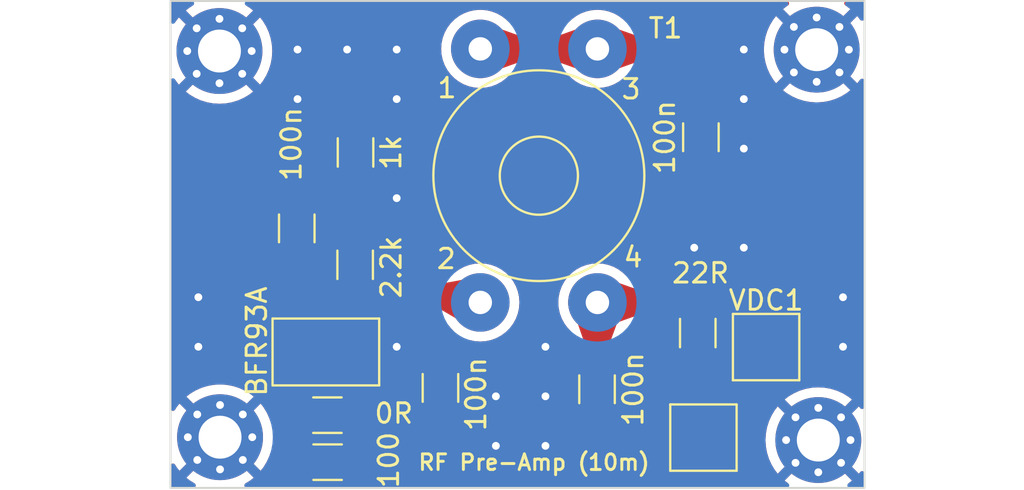
<source format=kicad_pcb>
(kicad_pcb (version 20221018) (generator pcbnew)
  (layers (0 "F.Cu" signal) (31 "B.Cu" signal) (34 "B.Paste" user) (35 "F.Paste" user) (36 "B.SilkS" user "B.Silkscreen") (37 "F.SilkS" user "F.Silkscreen") (38 "B.Mask" user) (39 "F.Mask" user) (44 "Edge.Cuts" user))
  (net 0 "")
  (net 1 "GND")
  (net 2 "Net-(IN1-In)")
  (net 3 "Net-(OUT1-In)")
  (net 4 "+12V")
  (net 5 "Net-(Q1-C)")
  (net 6 "Net-(Q1-B)")
  (net 7 "Net-(Q1-E)")
  (net 8 "Net-(C4-Pad2)")
  (net 9 "Net-(T1-SB)")
  (net 10 "Net-(T1-AA)")
  (footprint "Resistor_SMD:R_1206_3216Metric_Pad1.30x1.75mm_HandSolder" (layer "F.Cu") (at 112.35 110.09 90)
    (fp_text reference "R5" hide)
    (fp_text value "22R" (at 3.07 0.14 180) (layer "F.SilkS"))
    (fp_line (start -0.727064 -0.91) (end 0.727064 -0.91) (stroke (width 0.12)) (layer "F.SilkS"))
    (fp_line (start -0.727064 0.91) (end 0.727064 0.91) (stroke (width 0.12)) (layer "F.SilkS"))
    (pad "1" smd roundrect (at -1.55 0 90) (size 1.3 1.75) (layers "F.Cu" "F.Paste" "F.Mask") (roundrect_rratio 0.192308) (net 4 "+12V"))
    (pad "2" smd roundrect (at 1.55 0 90) (size 1.3 1.75) (layers "F.Cu" "F.Paste" "F.Mask") (roundrect_rratio 0.192308) (net 9 "Net-(T1-SB)"))
  )
  (footprint "Resistor_SMD:R_1206_3216Metric_Pad1.30x1.75mm_HandSolder" (layer "F.Cu") (at 94.8 106.59 90)
    (fp_text reference "R1" hide)
    (fp_text value "2.2k" (at -0.12 1.85 270) (layer "F.SilkS"))
    (fp_line (start -0.727064 -0.91) (end 0.727064 -0.91) (stroke (width 0.12)) (layer "F.SilkS"))
    (fp_line (start -0.727064 0.91) (end 0.727064 0.91) (stroke (width 0.12)) (layer "F.SilkS"))
    (pad "1" smd roundrect (at -1.55 0 90) (size 1.3 1.75) (layers "F.Cu" "F.Paste" "F.Mask") (roundrect_rratio 0.1923076923) (net 5 "Net-(Q1-C)"))
    (pad "2" smd roundrect (at 1.55 0 90) (size 1.3 1.75) (layers "F.Cu" "F.Paste" "F.Mask") (roundrect_rratio 0.1923076923) (net 6 "Net-(Q1-B)"))
  )
  (footprint "Transformer_THT:Transformer_Toroid_Horizontal_D10.5mm_Amidon-T37" (layer "F.Cu") (at 101.21 95.52 -90)
    (fp_text reference "T1" (at -1.06 -9.49) (layer "F.SilkS"))
    (fp_text value "4:1 XFMR" hide)
    (fp_circle (center 6.5 -3) (end 8.5 -2.9) (stroke (width 0.12)) (fill none) (layer "F.SilkS"))
    (fp_circle (center 6.5 -3) (end 11.9 -2.8) (stroke (width 0.12)) (fill none) (layer "F.SilkS"))
    (pad "1" thru_hole circle (at 0 0 270) (size 3 3) (drill 1.2) (layers "*.Cu" "*.Mask") (net 10 "Net-(T1-AA)"))
    (pad "2" thru_hole circle (at 13 0 270) (size 3 3) (drill 1.2) (layers "*.Cu" "*.Mask") (net 5 "Net-(Q1-C)"))
    (pad "3" thru_hole circle (at 0 -6 270) (size 3 3) (drill 1.2) (layers "*.Cu" "*.Mask") (net 10 "Net-(T1-AA)"))
    (pad "4" thru_hole circle (at 13 -6 270) (size 3 3) (drill 1.2) (layers "*.Cu" "*.Mask") (net 9 "Net-(T1-SB)"))
  )
  (footprint "Capacitor_SMD:C_1206_3216Metric_Pad1.33x1.80mm_HandSolder" (layer "F.Cu") (at 112.51 100.05 -90)
    (fp_text reference "C3" hide)
    (fp_text value "100n" (at 0 1.85 90) (layer "F.SilkS"))
    (fp_line (start -0.711252 -0.91) (end 0.711252 -0.91) (stroke (width 0.12)) (layer "F.SilkS"))
    (fp_line (start -0.711252 0.91) (end 0.711252 0.91) (stroke (width 0.12)) (layer "F.SilkS"))
    (pad "1" smd roundrect (at -1.5625 0 270) (size 1.325 1.8) (layers "F.Cu" "F.Paste" "F.Mask") (roundrect_rratio 0.188679) (net 10 "Net-(T1-AA)"))
    (pad "2" smd roundrect (at 1.5625 0 270) (size 1.325 1.8) (layers "F.Cu" "F.Paste" "F.Mask") (roundrect_rratio 0.188679) (net 3 "Net-(OUT1-In)"))
  )
  (footprint "TestPoint:TestPoint_Pad_3.0x3.0mm" (layer "F.Cu") (at 115.85 110.81)
    (fp_text reference "VDC1" (at 0 -2.398) (layer "F.SilkS"))
    (fp_text value "Conn_01x01" hide)
    (fp_line (start -1.7 -1.7) (end 1.7 -1.7) (stroke (width 0.12)) (layer "F.SilkS"))
    (fp_line (start -1.7 1.7) (end -1.7 -1.7) (stroke (width 0.12)) (layer "F.SilkS"))
    (fp_line (start 1.7 -1.7) (end 1.7 1.7) (stroke (width 0.12)) (layer "F.SilkS"))
    (fp_line (start 1.7 1.7) (end -1.7 1.7) (stroke (width 0.12)) (layer "F.SilkS"))
    (pad "1" smd rect (at 0 0) (size 3 3) (layers "F.Cu" "F.Mask") (net 4 "+12V"))
  )
  (footprint "Resistor_SMD:R_1206_3216Metric_Pad1.30x1.75mm_HandSolder" (layer "F.Cu") (at 94.82 100.83 90)
    (fp_text reference "R2" hide)
    (fp_text value "1k" (at 0 1.82 90) (layer "F.SilkS"))
    (fp_line (start -0.727064 -0.91) (end 0.727064 -0.91) (stroke (width 0.12)) (layer "F.SilkS"))
    (fp_line (start -0.727064 0.91) (end 0.727064 0.91) (stroke (width 0.12)) (layer "F.SilkS"))
    (pad "1" smd roundrect (at -1.55 0 90) (size 1.3 1.75) (layers "F.Cu" "F.Paste" "F.Mask") (roundrect_rratio 0.1923076923) (net 6 "Net-(Q1-B)"))
    (pad "2" smd roundrect (at 1.55 0 90) (size 1.3 1.75) (layers "F.Cu" "F.Paste" "F.Mask") (roundrect_rratio 0.1923076923) (net 1 "GND"))
  )
  (footprint "footprints:SMA_EDGELAUNCH_Modded" (layer "F.Cu") (at 119.75745 103.74 180)
    (fp_text reference "OUT1" hide)
    (fp_text value "SMA" hide)
    (pad "1" smd rect (at 2.032 0 270) (size 1.27 4.064) (layers "F.Cu" "F.Mask") (net 3 "Net-(OUT1-In)"))
    (pad "2" smd rect (at 2.032 -2.54 270) (size 1.524 4.064) (layers "F.Cu" "F.Mask") (net 1 "GND"))
    (pad "2" smd rect (at 2.032 2.54 270) (size 1.524 4.064) (layers "F.Cu" "F.Mask") (net 1 "GND"))
  )
  (footprint "footprints:SMA_EDGELAUNCH_Modded" (layer "F.Cu") (at 85.918 103.09)
    (fp_text reference "IN1" hide)
    (fp_text value "SMA")
    (pad "1" smd rect (at 2.032 0 90) (size 1.27 4.064) (layers "F.Cu" "F.Mask") (net 2 "Net-(IN1-In)"))
    (pad "2" smd rect (at 2.032 -2.54 90) (size 1.524 4.064) (layers "F.Cu" "F.Mask") (net 1 "GND"))
    (pad "2" smd rect (at 2.032 2.54 90) (size 1.524 4.064) (layers "F.Cu" "F.Mask") (net 1 "GND"))
  )
  (footprint "Capacitor_SMD:C_1206_3216Metric_Pad1.33x1.80mm_HandSolder" (layer "F.Cu") (at 99.17 112.9025 -90)
    (fp_text reference "C4" hide)
    (fp_text value "100n" (at 0.3175 -1.82 90) (layer "F.SilkS"))
    (fp_line (start -0.711252 -0.91) (end 0.711252 -0.91) (stroke (width 0.12)) (layer "F.SilkS"))
    (fp_line (start -0.711252 0.91) (end 0.711252 0.91) (stroke (width 0.12)) (layer "F.SilkS"))
    (pad "1" smd roundrect (at -1.5625 0 270) (size 1.325 1.8) (layers "F.Cu" "F.Paste" "F.Mask") (roundrect_rratio 0.188679) (net 1 "GND"))
    (pad "2" smd roundrect (at 1.5625 0 270) (size 1.325 1.8) (layers "F.Cu" "F.Paste" "F.Mask") (roundrect_rratio 0.188679) (net 8 "Net-(C4-Pad2)"))
  )
  (footprint "MountingHole:MountingHole_2.2mm_M2_Pad_Via" (layer "F.Cu") (at 87.85 95.63)
    (fp_text reference "H1" hide)
    (fp_text value "MountingHole_Pad" hide)
    (pad "1" thru_hole circle (at -1.65 0) (size 0.7 0.7) (drill 0.4) (layers "*.Cu" "*.Mask") (net 1 "GND"))
    (pad "1" thru_hole circle (at -1.166726 -1.166726) (size 0.7 0.7) (drill 0.4) (layers "*.Cu" "*.Mask") (net 1 "GND"))
    (pad "1" thru_hole circle (at -1.166726 1.166726) (size 0.7 0.7) (drill 0.4) (layers "*.Cu" "*.Mask") (net 1 "GND"))
    (pad "1" thru_hole circle (at 0 -1.65) (size 0.7 0.7) (drill 0.4) (layers "*.Cu" "*.Mask") (net 1 "GND"))
    (pad "1" thru_hole circle (at 0 0) (size 4.4 4.4) (drill 2.2) (layers "*.Cu" "*.Mask") (net 1 "GND"))
    (pad "1" thru_hole circle (at 0 1.65) (size 0.7 0.7) (drill 0.4) (layers "*.Cu" "*.Mask") (net 1 "GND"))
    (pad "1" thru_hole circle (at 1.166726 -1.166726) (size 0.7 0.7) (drill 0.4) (layers "*.Cu" "*.Mask") (net 1 "GND"))
    (pad "1" thru_hole circle (at 1.166726 1.166726) (size 0.7 0.7) (drill 0.4) (layers "*.Cu" "*.Mask") (net 1 "GND"))
    (pad "1" thru_hole circle (at 1.65 0) (size 0.7 0.7) (drill 0.4) (layers "*.Cu" "*.Mask") (net 1 "GND"))
  )
  (footprint "TestPoint:TestPoint_Pad_3.0x3.0mm" (layer "F.Cu") (at 112.64 115.45)
    (fp_text reference "GND1" hide)
    (fp_text value "Conn_01x01" hide)
    (fp_line (start -1.7 -1.7) (end 1.7 -1.7) (stroke (width 0.12)) (layer "F.SilkS"))
    (fp_line (start -1.7 1.7) (end -1.7 -1.7) (stroke (width 0.12)) (layer "F.SilkS"))
    (fp_line (start 1.7 -1.7) (end 1.7 1.7) (stroke (width 0.12)) (layer "F.SilkS"))
    (fp_line (start 1.7 1.7) (end -1.7 1.7) (stroke (width 0.12)) (layer "F.SilkS"))
    (pad "1" smd rect (at 0 0) (size 3 3) (layers "F.Cu" "F.Mask") (net 1 "GND"))
  )
  (footprint "PCM_Package_TO_SOT_SMD_AKL:SOT-23_Handsoldering" (layer "F.Cu") (at 93.3 111.06)
    (fp_text reference "Q1" hide)
    (fp_text value "BFR93A" (at -3.54 -0.54 90) (layer "F.SilkS"))
    (fp_line (start -2.7305 -1.7145) (end -2.7305 1.7145) (stroke (width 0.12)) (layer "F.SilkS"))
    (fp_line (start -2.7305 1.7145) (end 2.7305 1.7145) (stroke (width 0.12)) (layer "F.SilkS"))
    (fp_line (start 2.7305 -1.7145) (end -2.7305 -1.7145) (stroke (width 0.12)) (layer "F.SilkS"))
    (fp_line (start 2.7305 1.7145) (end 2.7305 -1.7145) (stroke (width 0.12)) (layer "F.SilkS"))
    (pad "1" smd rect (at -1.5 -0.95) (size 1.9 0.8) (layers "F.Cu" "F.Paste" "F.Mask") (net 6 "Net-(Q1-B)"))
    (pad "2" smd rect (at -1.5 0.95) (size 1.9 0.8) (layers "F.Cu" "F.Paste" "F.Mask") (net 7 "Net-(Q1-E)"))
    (pad "3" smd rect (at 1.5 0) (size 1.9 0.8) (layers "F.Cu" "F.Paste" "F.Mask") (net 5 "Net-(Q1-C)"))
  )
  (footprint "Capacitor_SMD:C_1206_3216Metric_Pad1.33x1.80mm_HandSolder" (layer "F.Cu") (at 91.81 104.7225 -90)
    (fp_text reference "C2" hide)
    (fp_text value "100n" (at -4.3225 0.28 90) (layer "F.SilkS"))
    (fp_line (start -0.711252 -0.91) (end 0.711252 -0.91) (stroke (width 0.12)) (layer "F.SilkS"))
    (fp_line (start -0.711252 0.91) (end 0.711252 0.91) (stroke (width 0.12)) (layer "F.SilkS"))
    (pad "1" smd roundrect (at -1.5625 0 270) (size 1.325 1.8) (layers "F.Cu" "F.Paste" "F.Mask") (roundrect_rratio 0.188679) (net 2 "Net-(IN1-In)"))
    (pad "2" smd roundrect (at 1.5625 0 270) (size 1.325 1.8) (layers "F.Cu" "F.Paste" "F.Mask") (roundrect_rratio 0.188679) (net 6 "Net-(Q1-B)"))
  )
  (footprint "Resistor_SMD:R_1206_3216Metric_Pad1.30x1.75mm_HandSolder" (layer "F.Cu") (at 93.38 114.3 180)
    (fp_text reference "R4" hide)
    (fp_text value "0R" (at -3.4 0.09) (layer "F.SilkS"))
    (fp_line (start -0.727064 -0.91) (end 0.727064 -0.91) (stroke (width 0.12)) (layer "F.SilkS"))
    (fp_line (start -0.727064 0.91) (end 0.727064 0.91) (stroke (width 0.12)) (layer "F.SilkS"))
    (pad "1" smd roundrect (at -1.55 0 180) (size 1.3 1.75) (layers "F.Cu" "F.Paste" "F.Mask") (roundrect_rratio 0.192308) (net 8 "Net-(C4-Pad2)"))
    (pad "2" smd roundrect (at 1.55 0 180) (size 1.3 1.75) (layers "F.Cu" "F.Paste" "F.Mask") (roundrect_rratio 0.192308) (net 7 "Net-(Q1-E)"))
  )
  (footprint "MountingHole:MountingHole_2.2mm_M2_Pad_Via" (layer "F.Cu") (at 118.44 95.56)
    (fp_text reference "H2" hide)
    (fp_text value "MountingHole_Pad" hide)
    (pad "1" thru_hole circle (at -1.65 0) (size 0.7 0.7) (drill 0.4) (layers "*.Cu" "*.Mask") (net 1 "GND"))
    (pad "1" thru_hole circle (at -1.166726 -1.166726) (size 0.7 0.7) (drill 0.4) (layers "*.Cu" "*.Mask") (net 1 "GND"))
    (pad "1" thru_hole circle (at -1.166726 1.166726) (size 0.7 0.7) (drill 0.4) (layers "*.Cu" "*.Mask") (net 1 "GND"))
    (pad "1" thru_hole circle (at 0 -1.65) (size 0.7 0.7) (drill 0.4) (layers "*.Cu" "*.Mask") (net 1 "GND"))
    (pad "1" thru_hole circle (at 0 0) (size 4.4 4.4) (drill 2.2) (layers "*.Cu" "*.Mask") (net 1 "GND"))
    (pad "1" thru_hole circle (at 0 1.65) (size 0.7 0.7) (drill 0.4) (layers "*.Cu" "*.Mask") (net 1 "GND"))
    (pad "1" thru_hole circle (at 1.166726 -1.166726) (size 0.7 0.7) (drill 0.4) (layers "*.Cu" "*.Mask") (net 1 "GND"))
    (pad "1" thru_hole circle (at 1.166726 1.166726) (size 0.7 0.7) (drill 0.4) (layers "*.Cu" "*.Mask") (net 1 "GND"))
    (pad "1" thru_hole circle (at 1.65 0) (size 0.7 0.7) (drill 0.4) (layers "*.Cu" "*.Mask") (net 1 "GND"))
  )
  (footprint "MountingHole:MountingHole_2.2mm_M2_Pad_Via" (layer "F.Cu") (at 87.88 115.43)
    (fp_text reference "H3" hide)
    (fp_text value "MountingHole_Pad" hide)
    (pad "1" thru_hole circle (at -1.65 0) (size 0.7 0.7) (drill 0.4) (layers "*.Cu" "*.Mask") (net 1 "GND"))
    (pad "1" thru_hole circle (at -1.166726 -1.166726) (size 0.7 0.7) (drill 0.4) (layers "*.Cu" "*.Mask") (net 1 "GND"))
    (pad "1" thru_hole circle (at -1.166726 1.166726) (size 0.7 0.7) (drill 0.4) (layers "*.Cu" "*.Mask") (net 1 "GND"))
    (pad "1" thru_hole circle (at 0 -1.65) (size 0.7 0.7) (drill 0.4) (layers "*.Cu" "*.Mask") (net 1 "GND"))
    (pad "1" thru_hole circle (at 0 0) (size 4.4 4.4) (drill 2.2) (layers "*.Cu" "*.Mask") (net 1 "GND"))
    (pad "1" thru_hole circle (at 0 1.65) (size 0.7 0.7) (drill 0.4) (layers "*.Cu" "*.Mask") (net 1 "GND"))
    (pad "1" thru_hole circle (at 1.166726 -1.166726) (size 0.7 0.7) (drill 0.4) (layers "*.Cu" "*.Mask") (net 1 "GND"))
    (pad "1" thru_hole circle (at 1.166726 1.166726) (size 0.7 0.7) (drill 0.4) (layers "*.Cu" "*.Mask") (net 1 "GND"))
    (pad "1" thru_hole circle (at 1.65 0) (size 0.7 0.7) (drill 0.4) (layers "*.Cu" "*.Mask") (net 1 "GND"))
  )
  (footprint "Resistor_SMD:R_1206_3216Metric_Pad1.30x1.75mm_HandSolder" (layer "F.Cu") (at 93.39 116.71 180)
    (fp_text reference "R3" hide)
    (fp_text value "100" (at -3.13 0.11 90) (layer "F.SilkS"))
    (fp_line (start -0.727064 -0.91) (end 0.727064 -0.91) (stroke (width 0.12)) (layer "F.SilkS"))
    (fp_line (start -0.727064 0.91) (end 0.727064 0.91) (stroke (width 0.12)) (layer "F.SilkS"))
    (pad "1" smd roundrect (at -1.55 0 180) (size 1.3 1.75) (layers "F.Cu" "F.Paste" "F.Mask") (roundrect_rratio 0.192308) (net 1 "GND"))
    (pad "2" smd roundrect (at 1.55 0 180) (size 1.3 1.75) (layers "F.Cu" "F.Paste" "F.Mask") (roundrect_rratio 0.192308) (net 7 "Net-(Q1-E)"))
  )
  (footprint "Capacitor_SMD:C_1206_3216Metric_Pad1.33x1.80mm_HandSolder" (layer "F.Cu") (at 107.19 112.9725 90)
    (fp_text reference "C5" hide)
    (fp_text value "100n" (at 0 1.85 90) (layer "F.SilkS"))
    (fp_line (start -0.711252 -0.91) (end 0.711252 -0.91) (stroke (width 0.12)) (layer "F.SilkS"))
    (fp_line (start -0.711252 0.91) (end 0.711252 0.91) (stroke (width 0.12)) (layer "F.SilkS"))
    (pad "1" smd roundrect (at -1.5625 0 90) (size 1.325 1.8) (layers "F.Cu" "F.Paste" "F.Mask") (roundrect_rratio 0.188679) (net 1 "GND"))
    (pad "2" smd roundrect (at 1.5625 0 90) (size 1.325 1.8) (layers "F.Cu" "F.Paste" "F.Mask") (roundrect_rratio 0.188679) (net 9 "Net-(T1-SB)"))
  )
  (footprint "MountingHole:MountingHole_2.2mm_M2_Pad_Via" (layer "F.Cu") (at 118.523274 115.576726)
    (fp_text reference "H4" hide)
    (fp_text value "MountingHole_Pad" hide)
    (pad "1" thru_hole circle (at -1.65 0) (size 0.7 0.7) (drill 0.4) (layers "*.Cu" "*.Mask") (net 1 "GND"))
    (pad "1" thru_hole circle (at -1.166726 -1.166726) (size 0.7 0.7) (drill 0.4) (layers "*.Cu" "*.Mask") (net 1 "GND"))
    (pad "1" thru_hole circle (at -1.166726 1.166726) (size 0.7 0.7) (drill 0.4) (layers "*.Cu" "*.Mask") (net 1 "GND"))
    (pad "1" thru_hole circle (at 0 -1.65) (size 0.7 0.7) (drill 0.4) (layers "*.Cu" "*.Mask") (net 1 "GND"))
    (pad "1" thru_hole circle (at 0 0) (size 4.4 4.4) (drill 2.2) (layers "*.Cu" "*.Mask") (net 1 "GND"))
    (pad "1" thru_hole circle (at 0 1.65) (size 0.7 0.7) (drill 0.4) (layers "*.Cu" "*.Mask") (net 1 "GND"))
    (pad "1" thru_hole circle (at 1.166726 -1.166726) (size 0.7 0.7) (drill 0.4) (layers "*.Cu" "*.Mask") (net 1 "GND"))
    (pad "1" thru_hole circle (at 1.166726 1.166726) (size 0.7 0.7) (drill 0.4) (layers "*.Cu" "*.Mask") (net 1 "GND"))
    (pad "1" thru_hole circle (at 1.65 0) (size 0.7 0.7) (drill 0.4) (layers "*.Cu" "*.Mask") (net 1 "GND"))
  )
  (gr_rect (start 85.344 93.063) (end 120.8906 118.028) (stroke (width 0.1)) (fill none) (layer "Edge.Cuts"))
  (gr_text "4" (at 108.46 106.79) (layer "F.SilkS") (effects (font (size 1 1)) (justify left bottom)))
  (gr_text "2" (at 98.89 106.87) (layer "F.SilkS") (effects (font (size 1 1)) (justify left bottom)))
  (gr_text "3" (at 108.36 98.17) (layer "F.SilkS") (effects (font (size 1 1)) (justify left bottom)))
  (gr_text "1" (at 98.93 98.11) (layer "F.SilkS") (effects (font (size 1 1)) (justify left bottom)))
  (gr_text "RF Pre-Amp (10m)" (at 97.96 117.19) (layer "F.SilkS") (effects (font (size 0.8 0.8)) (justify left bottom)))
  (via (at 96.9289 98.093) (size 0.8) (drill 0.4) (layers "F.Cu" "B.Cu") (net 1))
  (via (at 119.7889 110.793) (size 0.8) (drill 0.4) (layers "F.Cu" "B.Cu") (net 1))
  (via (at 104.5489 113.333) (size 0.8) (drill 0.4) (layers "F.Cu" "B.Cu") (net 1))
  (via (at 91.8489 98.093) (size 0.8) (drill 0.4) (layers "F.Cu" "B.Cu") (net 1))
  (via (at 114.7089 105.713) (size 0.8) (drill 0.4) (layers "F.Cu" "B.Cu") (net 1))
  (via (at 114.7089 95.553) (size 0.8) (drill 0.4) (layers "F.Cu" "B.Cu") (net 1))
  (via (at 96.9289 95.553) (size 0.8) (drill 0.4) (layers "F.Cu" "B.Cu") (net 1))
  (via (at 104.5489 115.873) (size 0.8) (drill 0.4) (layers "F.Cu" "B.Cu") (net 1))
  (via (at 96.9289 110.793) (size 0.8) (drill 0.4) (layers "F.Cu" "B.Cu") (net 1))
  (via (at 112.1689 105.713) (size 0.8) (drill 0.4) (layers "F.Cu" "B.Cu") (net 1))
  (via (at 91.8489 95.553) (size 0.8) (drill 0.4) (layers "F.Cu" "B.Cu") (net 1))
  (via (at 94.3889 95.553) (size 0.8) (drill 0.4) (layers "F.Cu" "B.Cu") (net 1))
  (via (at 104.5489 110.793) (size 0.8) (drill 0.4) (layers "F.Cu" "B.Cu") (net 1))
  (via (at 96.9289 103.173) (size 0.8) (drill 0.4) (layers "F.Cu" "B.Cu") (net 1))
  (via (at 102.0089 113.333) (size 0.8) (drill 0.4) (layers "F.Cu" "B.Cu") (net 1))
  (via (at 102.0089 115.873) (size 0.8) (drill 0.4) (layers "F.Cu" "B.Cu") (net 1))
  (via (at 86.7689 108.253) (size 0.8) (drill 0.4) (layers "F.Cu" "B.Cu") (net 1))
  (via (at 119.7889 108.253) (size 0.8) (drill 0.4) (layers "F.Cu" "B.Cu") (net 1))
  (via (at 114.7089 100.633) (size 0.8) (drill 0.4) (layers "F.Cu" "B.Cu") (net 1))
  (via (at 86.7689 110.793) (size 0.8) (drill 0.4) (layers "F.Cu" "B.Cu") (net 1))
  (via (at 114.7089 98.093) (size 0.8) (drill 0.4) (layers "F.Cu" "B.Cu") (net 1))
  (segment (start 87.95 103.09) (end 91.74 103.09) (width 1) (layer "F.Cu") (net 2))
  (segment (start 112.51 102.97) (end 113.28 103.74) (width 1) (layer "F.Cu") (net 3))
  (segment (start 112.51 101.6125) (end 112.51 102.97) (width 1) (layer "F.Cu") (net 3))
  (segment (start 113.28 103.74) (end 117.72545 103.74) (width 1) (layer "F.Cu") (net 3))
  (segment (start 112.35 111.64) (end 115.02 111.64) (width 1) (layer "F.Cu") (net 4))
  (segment (start 94.8 108.14) (end 94.8 111.06) (width 1) (layer "F.Cu") (net 5))
  (segment (start 94.8 108.14) (end 100.83 108.14) (width 1) (layer "F.Cu") (net 5))
  (segment (start 93.555 106.285) (end 94.8 105.04) (width 1) (layer "F.Cu") (net 6))
  (segment (start 94.8 105.04) (end 94.8 102.4) (width 1) (layer "F.Cu") (net 6))
  (segment (start 91.81 106.285) (end 91.81 110.1) (width 1) (layer "F.Cu") (net 6))
  (segment (start 91.81 110.1) (end 91.8 110.11) (width 1) (layer "F.Cu") (net 6))
  (segment (start 91.81 106.285) (end 93.555 106.285) (width 1) (layer "F.Cu") (net 6))
  (segment (start 91.81 114.85) (end 91.81 112.02) (width 1) (layer "F.Cu") (net 7))
  (segment (start 91.81 112.02) (end 91.8 112.01) (width 1) (layer "F.Cu") (net 7))
  (segment (start 91.84 116.71) (end 91.84 114.31) (width 1) (layer "F.Cu") (net 7))
  (segment (start 99.17 114.465) (end 95.095 114.465) (width 1) (layer "F.Cu") (net 8))
  (segment (start 95.095 114.465) (end 94.93 114.3) (width 1) (layer "F.Cu") (net 8))
  (segment (start 107.19 111.41) (end 107.19 108.54) (width 1) (layer "F.Cu") (net 9))
  (segment (start 107.21 108.52) (end 112.33 108.52) (width 1) (layer "F.Cu") (net 9))
  (segment (start 107.21 95.52) (end 111.73 95.52) (width 1) (layer "F.Cu") (net 10))
  (segment (start 112.51 96.3) (end 112.51 98.4875) (width 1) (layer "F.Cu") (net 10))
  (segment (start 111.73 95.52) (end 112.51 96.3) (width 1) (layer "F.Cu") (net 10))
  (segment (start 101.21 95.52) (end 107.21 95.52) (width 1) (layer "F.Cu") (net 10))
  (zone (net 1) (net_name "GND") (layer "F.Cu") (connect_pads (clearance 0.5)) (min_thickness 0.25) (fill yes (thermal_gap 0.5) (thermal_bridge_width 0.5))
    (polygon (pts (xy 85.384 93.117) (xy 121.016 93.057) (xy 120.956 118.008) (xy 85.324 118.068)))
  )
  (zone (net 1) (net_name "GND") (layer "B.Cu") (priority 1) (connect_pads (clearance 0.5)) (min_thickness 0.25) (fill yes (thermal_gap 0.5) (thermal_bridge_width 0.5))
    (polygon (pts (xy 85.32 93.06) (xy 85.35 118.04) (xy 121 118.07) (xy 120.97 93.09)))
  )
)
</source>
